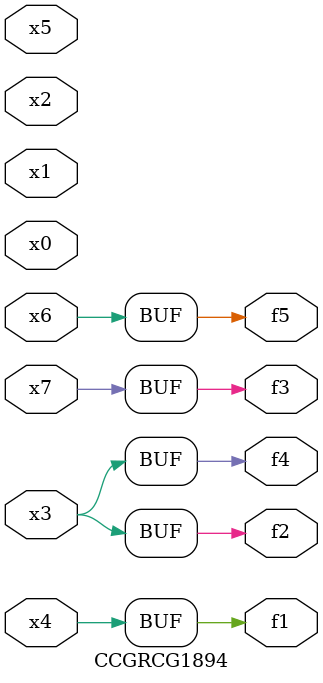
<source format=v>
module CCGRCG1894(
	input x0, x1, x2, x3, x4, x5, x6, x7,
	output f1, f2, f3, f4, f5
);
	assign f1 = x4;
	assign f2 = x3;
	assign f3 = x7;
	assign f4 = x3;
	assign f5 = x6;
endmodule

</source>
